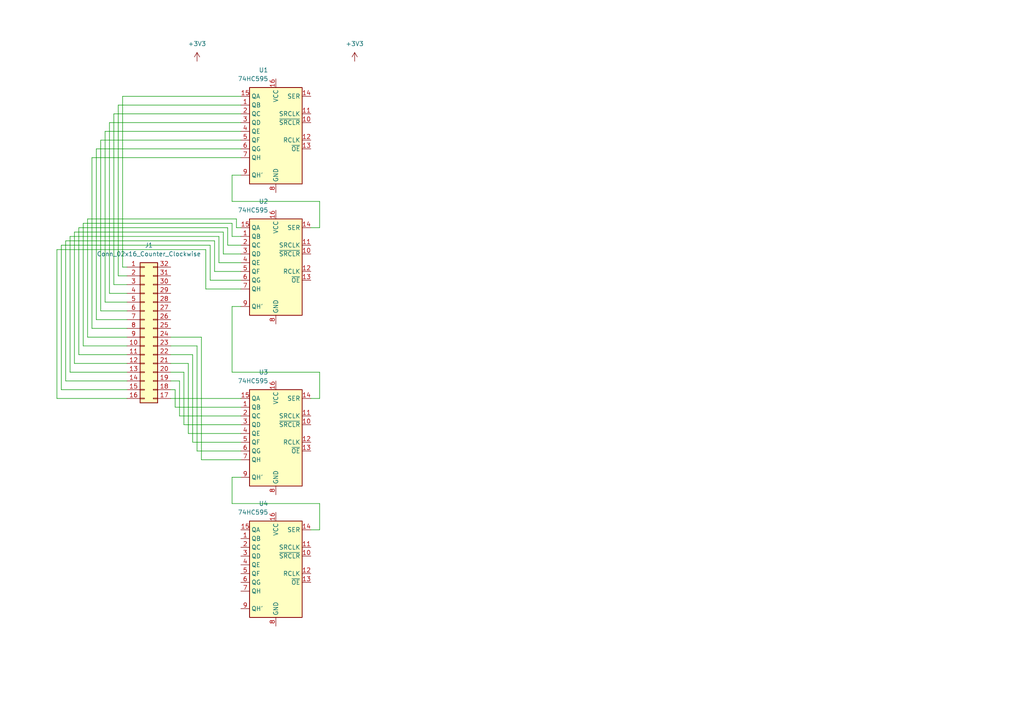
<source format=kicad_sch>
(kicad_sch (version 20230121) (generator eeschema)
  (paper "A4")
  (lib_symbols
    (symbol "74xx:74HC595"
      (property "Reference" "U" (at -7.62 13.97 0))
      (property "Value" "74HC595" (at -7.62 -16.51 0))
      (symbol "74HC595_1_0"
        (pin tri_state line (at 10.16 7.62 180) (length 2.54) (name "QB") (number "1"))
        (pin input line (at -10.16 2.54 0) (length 2.54) (name "~{SRCLR}") (number "10"))
        (pin input line (at -10.16 5.08 0) (length 2.54) (name "SRCLK") (number "11"))
        (pin input line (at -10.16 -2.54 0) (length 2.54) (name "RCLK") (number "12"))
        (pin input line (at -10.16 -5.08 0) (length 2.54) (name "~{OE}") (number "13"))
        (pin input line (at -10.16 10.16 0) (length 2.54) (name "SER") (number "14"))
        (pin tri_state line (at 10.16 10.16 180) (length 2.54) (name "QA") (number "15"))
        (pin power_in line (at 0 15.24 270) (length 2.54) (name "VCC") (number "16"))
        (pin tri_state line (at 10.16 5.08 180) (length 2.54) (name "QC") (number "2"))
        (pin tri_state line (at 10.16 2.54 180) (length 2.54) (name "QD") (number "3"))
        (pin tri_state line (at 10.16 0 180) (length 2.54) (name "QE") (number "4"))
        (pin tri_state line (at 10.16 -2.54 180) (length 2.54) (name "QF") (number "5"))
        (pin tri_state line (at 10.16 -5.08 180) (length 2.54) (name "QG") (number "6"))
        (pin tri_state line (at 10.16 -7.62 180) (length 2.54) (name "QH") (number "7"))
        (pin power_in line (at 0 -17.78 90) (length 2.54) (name "GND") (number "8"))
        (pin output line (at 10.16 -12.7 180) (length 2.54) (name "QH'") (number "9"))
      )
      (symbol "74HC595_1_1"
        (rectangle (start -7.62 12.7) (end 7.62 -15.24) (stroke (width 0.254)) (fill (type background)))
      )
    )
    (symbol "Connector_Generic:Conn_02x16_Counter_Clockwise" (pin_names (offset 1.016) hide)
      (property "Reference" "J" (at 1.27 20.32 0))
      (property "Value" "Conn_02x16_Counter_Clockwise" (at 1.27 -22.86 0))
      (symbol "Conn_02x16_Counter_Clockwise_1_1"
        (rectangle (start -1.27 -20.193) (end 0 -20.447) (stroke (width 0.1524)))
        (rectangle (start -1.27 -17.653) (end 0 -17.907) (stroke (width 0.1524)))
        (rectangle (start -1.27 -15.113) (end 0 -15.367) (stroke (width 0.1524)))
        (rectangle (start -1.27 -12.573) (end 0 -12.827) (stroke (width 0.1524)))
        (rectangle (start -1.27 -10.033) (end 0 -10.287) (stroke (width 0.1524)))
        (rectangle (start -1.27 -7.493) (end 0 -7.747) (stroke (width 0.1524)))
        (rectangle (start -1.27 -4.953) (end 0 -5.207) (stroke (width 0.1524)))
        (rectangle (start -1.27 -2.413) (end 0 -2.667) (stroke (width 0.1524)))
        (rectangle (start -1.27 0.127) (end 0 -0.127) (stroke (width 0.1524)))
        (rectangle (start -1.27 2.667) (end 0 2.413) (stroke (width 0.1524)))
        (rectangle (start -1.27 5.207) (end 0 4.953) (stroke (width 0.1524)))
        (rectangle (start -1.27 7.747) (end 0 7.493) (stroke (width 0.1524)))
        (rectangle (start -1.27 10.287) (end 0 10.033) (stroke (width 0.1524)))
        (rectangle (start -1.27 12.827) (end 0 12.573) (stroke (width 0.1524)))
        (rectangle (start -1.27 15.367) (end 0 15.113) (stroke (width 0.1524)))
        (rectangle (start -1.27 17.907) (end 0 17.653) (stroke (width 0.1524)))
        (rectangle (start -1.27 19.05) (end 3.81 -21.59) (stroke (width 0.254)) (fill (type background)))
        (rectangle (start 3.81 -20.193) (end 2.54 -20.447) (stroke (width 0.1524)))
        (rectangle (start 3.81 -17.653) (end 2.54 -17.907) (stroke (width 0.1524)))
        (rectangle (start 3.81 -15.113) (end 2.54 -15.367) (stroke (width 0.1524)))
        (rectangle (start 3.81 -12.573) (end 2.54 -12.827) (stroke (width 0.1524)))
        (rectangle (start 3.81 -10.033) (end 2.54 -10.287) (stroke (width 0.1524)))
        (rectangle (start 3.81 -7.493) (end 2.54 -7.747) (stroke (width 0.1524)))
        (rectangle (start 3.81 -4.953) (end 2.54 -5.207) (stroke (width 0.1524)))
        (rectangle (start 3.81 -2.413) (end 2.54 -2.667) (stroke (width 0.1524)))
        (rectangle (start 3.81 0.127) (end 2.54 -0.127) (stroke (width 0.1524)))
        (rectangle (start 3.81 2.667) (end 2.54 2.413) (stroke (width 0.1524)))
        (rectangle (start 3.81 5.207) (end 2.54 4.953) (stroke (width 0.1524)))
        (rectangle (start 3.81 7.747) (end 2.54 7.493) (stroke (width 0.1524)))
        (rectangle (start 3.81 10.287) (end 2.54 10.033) (stroke (width 0.1524)))
        (rectangle (start 3.81 12.827) (end 2.54 12.573) (stroke (width 0.1524)))
        (rectangle (start 3.81 15.367) (end 2.54 15.113) (stroke (width 0.1524)))
        (rectangle (start 3.81 17.907) (end 2.54 17.653) (stroke (width 0.1524)))
        (pin passive line (at -5.08 17.78 0) (length 3.81) (name "Pin_1") (number "1"))
        (pin passive line (at -5.08 -5.08 0) (length 3.81) (name "Pin_10") (number "10"))
        (pin passive line (at -5.08 -7.62 0) (length 3.81) (name "Pin_11") (number "11"))
        (pin passive line (at -5.08 -10.16 0) (length 3.81) (name "Pin_12") (number "12"))
        (pin passive line (at -5.08 -12.7 0) (length 3.81) (name "Pin_13") (number "13"))
        (pin passive line (at -5.08 -15.24 0) (length 3.81) (name "Pin_14") (number "14"))
        (pin passive line (at -5.08 -17.78 0) (length 3.81) (name "Pin_15") (number "15"))
        (pin passive line (at -5.08 -20.32 0) (length 3.81) (name "Pin_16") (number "16"))
        (pin passive line (at 7.62 -20.32 180) (length 3.81) (name "Pin_17") (number "17"))
        (pin passive line (at 7.62 -17.78 180) (length 3.81) (name "Pin_18") (number "18"))
        (pin passive line (at 7.62 -15.24 180) (length 3.81) (name "Pin_19") (number "19"))
        (pin passive line (at -5.08 15.24 0) (length 3.81) (name "Pin_2") (number "2"))
        (pin passive line (at 7.62 -12.7 180) (length 3.81) (name "Pin_20") (number "20"))
        (pin passive line (at 7.62 -10.16 180) (length 3.81) (name "Pin_21") (number "21"))
        (pin passive line (at 7.62 -7.62 180) (length 3.81) (name "Pin_22") (number "22"))
        (pin passive line (at 7.62 -5.08 180) (length 3.81) (name "Pin_23") (number "23"))
        (pin passive line (at 7.62 -2.54 180) (length 3.81) (name "Pin_24") (number "24"))
        (pin passive line (at 7.62 0 180) (length 3.81) (name "Pin_25") (number "25"))
        (pin passive line (at 7.62 2.54 180) (length 3.81) (name "Pin_26") (number "26"))
        (pin passive line (at 7.62 5.08 180) (length 3.81) (name "Pin_27") (number "27"))
        (pin passive line (at 7.62 7.62 180) (length 3.81) (name "Pin_28") (number "28"))
        (pin passive line (at 7.62 10.16 180) (length 3.81) (name "Pin_29") (number "29"))
        (pin passive line (at -5.08 12.7 0) (length 3.81) (name "Pin_3") (number "3"))
        (pin passive line (at 7.62 12.7 180) (length 3.81) (name "Pin_30") (number "30"))
        (pin passive line (at 7.62 15.24 180) (length 3.81) (name "Pin_31") (number "31"))
        (pin passive line (at 7.62 17.78 180) (length 3.81) (name "Pin_32") (number "32"))
        (pin passive line (at -5.08 10.16 0) (length 3.81) (name "Pin_4") (number "4"))
        (pin passive line (at -5.08 7.62 0) (length 3.81) (name "Pin_5") (number "5"))
        (pin passive line (at -5.08 5.08 0) (length 3.81) (name "Pin_6") (number "6"))
        (pin passive line (at -5.08 2.54 0) (length 3.81) (name "Pin_7") (number "7"))
        (pin passive line (at -5.08 0 0) (length 3.81) (name "Pin_8") (number "8"))
        (pin passive line (at -5.08 -2.54 0) (length 3.81) (name "Pin_9") (number "9"))
      )
    )
    (symbol "power:+3V3" (power) (pin_names (offset 0))
      (property "Value" "+3V3" (at 0 3.556 0))
      (symbol "+3V3_0_1"
        (polyline (pts (xy -0.762 1.27) (xy 0 2.54)))
        (polyline (pts (xy 0 0) (xy 0 2.54)))
        (polyline (pts (xy 0 2.54) (xy 0.762 1.27)))
      )
      (symbol "+3V3_1_1"
        (pin power_in line (at 0 0 90) (length 0) hide (name "+3V3") (number "1"))
      )
    )
  )
  (wire (pts (xy 58.42 133.35) (xy 58.42 97.79)))
  (wire (pts (xy 30.48 87.63) (xy 36.83 87.63)))
  (wire (pts (xy 16.51 115.57) (xy 36.83 115.57)))
  (wire (pts (xy 62.23 78.74) (xy 62.23 69.85)))
  (wire (pts (xy 68.58 63.5) (xy 25.4 63.5)))
  (wire (pts (xy 69.85 120.65) (xy 52.07 120.65)))
  (wire (pts (xy 69.85 125.73) (xy 54.61 125.73)))
  (wire (pts (xy 69.85 76.2) (xy 63.5 76.2)))
  (wire (pts (xy 20.32 68.58) (xy 20.32 107.95)))
  (wire (pts (xy 30.48 38.1) (xy 30.48 87.63)))
  (wire (pts (xy 54.61 105.41) (xy 49.53 105.41)))
  (wire (pts (xy 67.31 88.9) (xy 69.85 88.9)))
  (wire (pts (xy 67.31 50.8) (xy 67.31 58.42)))
  (wire (pts (xy 69.85 71.12) (xy 66.04 71.12)))
  (wire (pts (xy 54.61 125.73) (xy 54.61 105.41)))
  (wire (pts (xy 22.86 66.04) (xy 22.86 102.87)))
  (wire (pts (xy 50.8 113.03) (xy 49.53 113.03)))
  (wire (pts (xy 69.85 45.72) (xy 26.67 45.72)))
  (wire (pts (xy 66.04 66.04) (xy 22.86 66.04)))
  (wire (pts (xy 57.15 100.33) (xy 49.53 100.33)))
  (wire (pts (xy 64.77 73.66) (xy 64.77 67.31)))
  (wire (pts (xy 33.02 82.55) (xy 36.83 82.55)))
  (wire (pts (xy 63.5 68.58) (xy 20.32 68.58)))
  (wire (pts (xy 67.31 88.9) (xy 67.31 107.95)))
  (wire (pts (xy 68.58 66.04) (xy 68.58 63.5)))
  (wire (pts (xy 49.53 115.57) (xy 69.85 115.57)))
  (wire (pts (xy 69.85 38.1) (xy 30.48 38.1)))
  (wire (pts (xy 21.59 105.41) (xy 36.83 105.41)))
  (wire (pts (xy 34.29 30.48) (xy 34.29 80.01)))
  (wire (pts (xy 26.67 95.25) (xy 36.83 95.25)))
  (wire (pts (xy 69.85 133.35) (xy 58.42 133.35)))
  (wire (pts (xy 24.13 100.33) (xy 36.83 100.33)))
  (wire (pts (xy 69.85 81.28) (xy 60.96 81.28)))
  (wire (pts (xy 34.29 80.01) (xy 36.83 80.01)))
  (wire (pts (xy 31.75 35.56) (xy 31.75 85.09)))
  (wire (pts (xy 58.42 97.79) (xy 49.53 97.79)))
  (wire (pts (xy 57.15 130.81) (xy 57.15 100.33)))
  (wire (pts (xy 69.85 118.11) (xy 50.8 118.11)))
  (wire (pts (xy 67.31 107.95) (xy 92.71 107.95)))
  (wire (pts (xy 69.85 128.27) (xy 55.88 128.27)))
  (wire (pts (xy 24.13 64.77) (xy 24.13 100.33)))
  (wire (pts (xy 67.31 138.43) (xy 67.31 146.05)))
  (wire (pts (xy 17.78 71.12) (xy 17.78 113.03)))
  (wire (pts (xy 69.85 78.74) (xy 62.23 78.74)))
  (wire (pts (xy 35.56 27.94) (xy 35.56 77.47)))
  (wire (pts (xy 92.71 66.04) (xy 90.17 66.04)))
  (wire (pts (xy 67.31 146.05) (xy 92.71 146.05)))
  (wire (pts (xy 60.96 81.28) (xy 60.96 71.12)))
  (wire (pts (xy 63.5 76.2) (xy 63.5 68.58)))
  (wire (pts (xy 92.71 58.42) (xy 92.71 66.04)))
  (wire (pts (xy 69.85 68.58) (xy 67.31 68.58)))
  (wire (pts (xy 69.85 66.04) (xy 68.58 66.04)))
  (wire (pts (xy 55.88 102.87) (xy 49.53 102.87)))
  (wire (pts (xy 67.31 68.58) (xy 67.31 64.77)))
  (wire (pts (xy 69.85 83.82) (xy 59.69 83.82)))
  (wire (pts (xy 22.86 102.87) (xy 36.83 102.87)))
  (wire (pts (xy 17.78 113.03) (xy 36.83 113.03)))
  (wire (pts (xy 92.71 115.57) (xy 90.17 115.57)))
  (wire (pts (xy 27.94 43.18) (xy 27.94 92.71)))
  (wire (pts (xy 69.85 50.8) (xy 67.31 50.8)))
  (wire (pts (xy 52.07 110.49) (xy 49.53 110.49)))
  (wire (pts (xy 21.59 67.31) (xy 21.59 105.41)))
  (wire (pts (xy 52.07 120.65) (xy 52.07 110.49)))
  (wire (pts (xy 92.71 107.95) (xy 92.71 115.57)))
  (wire (pts (xy 69.85 40.64) (xy 29.21 40.64)))
  (wire (pts (xy 29.21 90.17) (xy 36.83 90.17)))
  (wire (pts (xy 92.71 146.05) (xy 92.71 153.67)))
  (wire (pts (xy 67.31 64.77) (xy 24.13 64.77)))
  (wire (pts (xy 53.34 123.19) (xy 53.34 107.95)))
  (wire (pts (xy 67.31 58.42) (xy 92.71 58.42)))
  (wire (pts (xy 69.85 138.43) (xy 67.31 138.43)))
  (wire (pts (xy 69.85 30.48) (xy 34.29 30.48)))
  (wire (pts (xy 19.05 69.85) (xy 19.05 110.49)))
  (wire (pts (xy 31.75 85.09) (xy 36.83 85.09)))
  (wire (pts (xy 29.21 40.64) (xy 29.21 90.17)))
  (wire (pts (xy 69.85 33.02) (xy 33.02 33.02)))
  (wire (pts (xy 26.67 45.72) (xy 26.67 95.25)))
  (wire (pts (xy 60.96 71.12) (xy 17.78 71.12)))
  (wire (pts (xy 16.51 72.39) (xy 16.51 115.57)))
  (wire (pts (xy 59.69 83.82) (xy 59.69 72.39)))
  (wire (pts (xy 69.85 27.94) (xy 35.56 27.94)))
  (wire (pts (xy 53.34 107.95) (xy 49.53 107.95)))
  (wire (pts (xy 27.94 92.71) (xy 36.83 92.71)))
  (wire (pts (xy 69.85 43.18) (xy 27.94 43.18)))
  (wire (pts (xy 35.56 77.47) (xy 36.83 77.47)))
  (wire (pts (xy 69.85 130.81) (xy 57.15 130.81)))
  (wire (pts (xy 69.85 123.19) (xy 53.34 123.19)))
  (wire (pts (xy 90.17 153.67) (xy 92.71 153.67)))
  (wire (pts (xy 50.8 118.11) (xy 50.8 113.03)))
  (wire (pts (xy 69.85 73.66) (xy 64.77 73.66)))
  (wire (pts (xy 59.69 72.39) (xy 16.51 72.39)))
  (wire (pts (xy 62.23 69.85) (xy 19.05 69.85)))
  (wire (pts (xy 25.4 63.5) (xy 25.4 97.79)))
  (wire (pts (xy 55.88 128.27) (xy 55.88 102.87)))
  (wire (pts (xy 33.02 33.02) (xy 33.02 82.55)))
  (wire (pts (xy 64.77 67.31) (xy 21.59 67.31)))
  (wire (pts (xy 66.04 71.12) (xy 66.04 66.04)))
  (wire (pts (xy 19.05 110.49) (xy 36.83 110.49)))
  (wire (pts (xy 20.32 107.95) (xy 36.83 107.95)))
  (wire (pts (xy 25.4 97.79) (xy 36.83 97.79)))
  (wire (pts (xy 69.85 35.56) (xy 31.75 35.56)))
  (symbol (lib_id "Connector_Generic:Conn_02x16_Counter_Clockwise") (at 41.91 95.25 0) (unit 1)
    (property "Reference" "J1" (at 43.18 71.12 0))
    (property "Value" "Conn_02x16_Counter_Clockwise" (at 43.18 73.66 0))
  )
  (symbol (lib_id "74xx:74HC595") (at 80.01 125.73 0) (mirror y) (unit 1)
    (property "Reference" "U3" (at 77.8159 107.95 0) (effects (justify left)))
    (property "Value" "74HC595" (at 77.8159 110.49 0) (effects (justify left)))
    (property "Datasheet" "http://www.ti.com/lit/ds/symlink/sn74hc595.pdf" (effects hide))
  )
  (symbol (lib_id "power:+3V3") (at 57.15 17.78 0) (unit 1)
    (property "Reference" "#PWR01" (effects hide))
    (property "Value" "+3V3" (at 57.15 12.7 0))
  )
  (symbol (lib_id "74xx:74HC595") (at 80.01 76.2 0) (mirror y) (unit 1)
    (property "Reference" "U2" (at 77.8159 58.42 0) (effects (justify left)))
    (property "Value" "74HC595" (at 77.8159 60.96 0) (effects (justify left)))
    (property "Datasheet" "http://www.ti.com/lit/ds/symlink/sn74hc595.pdf" (effects hide))
  )
  (symbol (lib_id "74xx:74HC595") (at 80.01 163.83 0) (mirror y) (unit 1)
    (property "Reference" "U4" (at 77.8159 146.05 0) (effects (justify left)))
    (property "Value" "74HC595" (at 77.8159 148.59 0) (effects (justify left)))
    (property "Datasheet" "http://www.ti.com/lit/ds/symlink/sn74hc595.pdf" (effects hide))
  )
  (symbol (lib_id "74xx:74HC595") (at 80.01 38.1 0) (mirror y) (unit 1)
    (property "Reference" "U1" (at 77.8159 20.32 0) (effects (justify left)))
    (property "Value" "74HC595" (at 77.8159 22.86 0) (effects (justify left)))
    (property "Datasheet" "http://www.ti.com/lit/ds/symlink/sn74hc595.pdf" (effects hide))
  )
  (symbol (lib_id "power:+3V3") (at 102.87 17.78 0) (unit 1)
    (property "Reference" "#PWR02" (effects hide))
    (property "Value" "+3V3" (at 102.87 12.7 0))
  )
)
</source>
